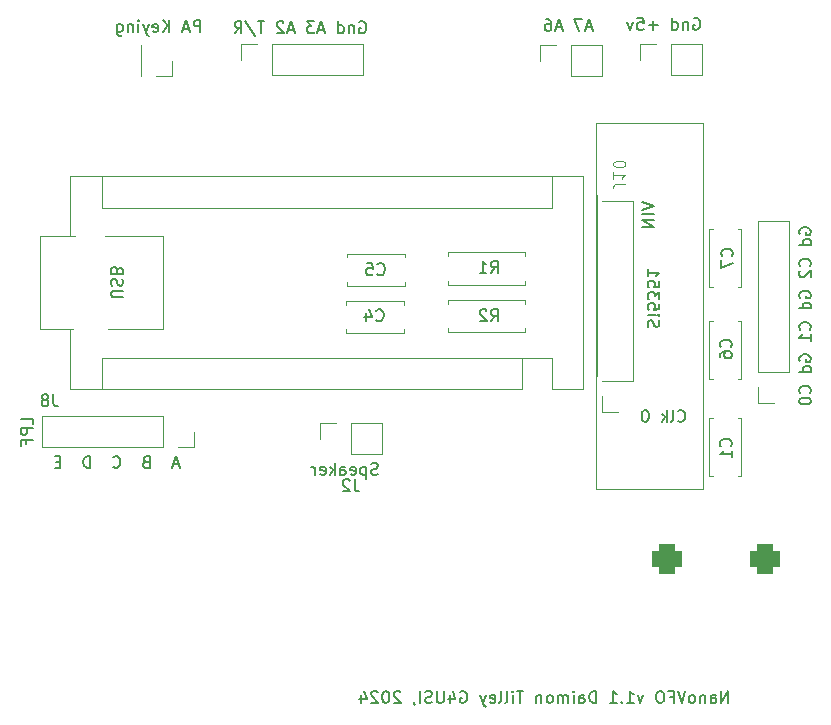
<source format=gbr>
G04 #@! TF.GenerationSoftware,KiCad,Pcbnew,7.0.8*
G04 #@! TF.CreationDate,2024-01-30T12:30:03+00:00*
G04 #@! TF.ProjectId,NanoVFO,4e616e6f-5646-44f2-9e6b-696361645f70,rev?*
G04 #@! TF.SameCoordinates,Original*
G04 #@! TF.FileFunction,Legend,Bot*
G04 #@! TF.FilePolarity,Positive*
%FSLAX46Y46*%
G04 Gerber Fmt 4.6, Leading zero omitted, Abs format (unit mm)*
G04 Created by KiCad (PCBNEW 7.0.8) date 2024-01-30 12:30:03*
%MOMM*%
%LPD*%
G01*
G04 APERTURE LIST*
G04 Aperture macros list*
%AMRoundRect*
0 Rectangle with rounded corners*
0 $1 Rounding radius*
0 $2 $3 $4 $5 $6 $7 $8 $9 X,Y pos of 4 corners*
0 Add a 4 corners polygon primitive as box body*
4,1,4,$2,$3,$4,$5,$6,$7,$8,$9,$2,$3,0*
0 Add four circle primitives for the rounded corners*
1,1,$1+$1,$2,$3*
1,1,$1+$1,$4,$5*
1,1,$1+$1,$6,$7*
1,1,$1+$1,$8,$9*
0 Add four rect primitives between the rounded corners*
20,1,$1+$1,$2,$3,$4,$5,0*
20,1,$1+$1,$4,$5,$6,$7,0*
20,1,$1+$1,$6,$7,$8,$9,0*
20,1,$1+$1,$8,$9,$2,$3,0*%
G04 Aperture macros list end*
%ADD10C,0.150000*%
%ADD11C,0.100000*%
%ADD12C,0.120000*%
%ADD13O,3.800000X2.900000*%
%ADD14R,1.700000X1.700000*%
%ADD15O,1.700000X1.700000*%
%ADD16R,2.000000X2.000000*%
%ADD17C,2.000000*%
%ADD18R,2.000000X3.200000*%
%ADD19C,3.200000*%
%ADD20RoundRect,0.650000X0.650000X-0.650000X0.650000X0.650000X-0.650000X0.650000X-0.650000X-0.650000X0*%
%ADD21O,2.100000X3.100000*%
%ADD22O,3.240000X2.720000*%
%ADD23R,1.800000X1.800000*%
%ADD24C,1.800000*%
%ADD25C,1.600000*%
%ADD26O,1.600000X1.600000*%
%ADD27R,1.600000X1.600000*%
G04 APERTURE END LIST*
D10*
X82563220Y-87269819D02*
X82563220Y-86269819D01*
X82563220Y-86269819D02*
X81991792Y-87269819D01*
X81991792Y-87269819D02*
X81991792Y-86269819D01*
X81087030Y-87269819D02*
X81087030Y-86746009D01*
X81087030Y-86746009D02*
X81134649Y-86650771D01*
X81134649Y-86650771D02*
X81229887Y-86603152D01*
X81229887Y-86603152D02*
X81420363Y-86603152D01*
X81420363Y-86603152D02*
X81515601Y-86650771D01*
X81087030Y-87222200D02*
X81182268Y-87269819D01*
X81182268Y-87269819D02*
X81420363Y-87269819D01*
X81420363Y-87269819D02*
X81515601Y-87222200D01*
X81515601Y-87222200D02*
X81563220Y-87126961D01*
X81563220Y-87126961D02*
X81563220Y-87031723D01*
X81563220Y-87031723D02*
X81515601Y-86936485D01*
X81515601Y-86936485D02*
X81420363Y-86888866D01*
X81420363Y-86888866D02*
X81182268Y-86888866D01*
X81182268Y-86888866D02*
X81087030Y-86841247D01*
X80610839Y-86603152D02*
X80610839Y-87269819D01*
X80610839Y-86698390D02*
X80563220Y-86650771D01*
X80563220Y-86650771D02*
X80467982Y-86603152D01*
X80467982Y-86603152D02*
X80325125Y-86603152D01*
X80325125Y-86603152D02*
X80229887Y-86650771D01*
X80229887Y-86650771D02*
X80182268Y-86746009D01*
X80182268Y-86746009D02*
X80182268Y-87269819D01*
X79563220Y-87269819D02*
X79658458Y-87222200D01*
X79658458Y-87222200D02*
X79706077Y-87174580D01*
X79706077Y-87174580D02*
X79753696Y-87079342D01*
X79753696Y-87079342D02*
X79753696Y-86793628D01*
X79753696Y-86793628D02*
X79706077Y-86698390D01*
X79706077Y-86698390D02*
X79658458Y-86650771D01*
X79658458Y-86650771D02*
X79563220Y-86603152D01*
X79563220Y-86603152D02*
X79420363Y-86603152D01*
X79420363Y-86603152D02*
X79325125Y-86650771D01*
X79325125Y-86650771D02*
X79277506Y-86698390D01*
X79277506Y-86698390D02*
X79229887Y-86793628D01*
X79229887Y-86793628D02*
X79229887Y-87079342D01*
X79229887Y-87079342D02*
X79277506Y-87174580D01*
X79277506Y-87174580D02*
X79325125Y-87222200D01*
X79325125Y-87222200D02*
X79420363Y-87269819D01*
X79420363Y-87269819D02*
X79563220Y-87269819D01*
X78944172Y-86269819D02*
X78610839Y-87269819D01*
X78610839Y-87269819D02*
X78277506Y-86269819D01*
X77610839Y-86746009D02*
X77944172Y-86746009D01*
X77944172Y-87269819D02*
X77944172Y-86269819D01*
X77944172Y-86269819D02*
X77467982Y-86269819D01*
X76896553Y-86269819D02*
X76706077Y-86269819D01*
X76706077Y-86269819D02*
X76610839Y-86317438D01*
X76610839Y-86317438D02*
X76515601Y-86412676D01*
X76515601Y-86412676D02*
X76467982Y-86603152D01*
X76467982Y-86603152D02*
X76467982Y-86936485D01*
X76467982Y-86936485D02*
X76515601Y-87126961D01*
X76515601Y-87126961D02*
X76610839Y-87222200D01*
X76610839Y-87222200D02*
X76706077Y-87269819D01*
X76706077Y-87269819D02*
X76896553Y-87269819D01*
X76896553Y-87269819D02*
X76991791Y-87222200D01*
X76991791Y-87222200D02*
X77087029Y-87126961D01*
X77087029Y-87126961D02*
X77134648Y-86936485D01*
X77134648Y-86936485D02*
X77134648Y-86603152D01*
X77134648Y-86603152D02*
X77087029Y-86412676D01*
X77087029Y-86412676D02*
X76991791Y-86317438D01*
X76991791Y-86317438D02*
X76896553Y-86269819D01*
X75372743Y-86603152D02*
X75134648Y-87269819D01*
X75134648Y-87269819D02*
X74896553Y-86603152D01*
X73991791Y-87269819D02*
X74563219Y-87269819D01*
X74277505Y-87269819D02*
X74277505Y-86269819D01*
X74277505Y-86269819D02*
X74372743Y-86412676D01*
X74372743Y-86412676D02*
X74467981Y-86507914D01*
X74467981Y-86507914D02*
X74563219Y-86555533D01*
X73563219Y-87174580D02*
X73515600Y-87222200D01*
X73515600Y-87222200D02*
X73563219Y-87269819D01*
X73563219Y-87269819D02*
X73610838Y-87222200D01*
X73610838Y-87222200D02*
X73563219Y-87174580D01*
X73563219Y-87174580D02*
X73563219Y-87269819D01*
X72563220Y-87269819D02*
X73134648Y-87269819D01*
X72848934Y-87269819D02*
X72848934Y-86269819D01*
X72848934Y-86269819D02*
X72944172Y-86412676D01*
X72944172Y-86412676D02*
X73039410Y-86507914D01*
X73039410Y-86507914D02*
X73134648Y-86555533D01*
X71372743Y-87269819D02*
X71372743Y-86269819D01*
X71372743Y-86269819D02*
X71134648Y-86269819D01*
X71134648Y-86269819D02*
X70991791Y-86317438D01*
X70991791Y-86317438D02*
X70896553Y-86412676D01*
X70896553Y-86412676D02*
X70848934Y-86507914D01*
X70848934Y-86507914D02*
X70801315Y-86698390D01*
X70801315Y-86698390D02*
X70801315Y-86841247D01*
X70801315Y-86841247D02*
X70848934Y-87031723D01*
X70848934Y-87031723D02*
X70896553Y-87126961D01*
X70896553Y-87126961D02*
X70991791Y-87222200D01*
X70991791Y-87222200D02*
X71134648Y-87269819D01*
X71134648Y-87269819D02*
X71372743Y-87269819D01*
X69944172Y-87269819D02*
X69944172Y-86746009D01*
X69944172Y-86746009D02*
X69991791Y-86650771D01*
X69991791Y-86650771D02*
X70087029Y-86603152D01*
X70087029Y-86603152D02*
X70277505Y-86603152D01*
X70277505Y-86603152D02*
X70372743Y-86650771D01*
X69944172Y-87222200D02*
X70039410Y-87269819D01*
X70039410Y-87269819D02*
X70277505Y-87269819D01*
X70277505Y-87269819D02*
X70372743Y-87222200D01*
X70372743Y-87222200D02*
X70420362Y-87126961D01*
X70420362Y-87126961D02*
X70420362Y-87031723D01*
X70420362Y-87031723D02*
X70372743Y-86936485D01*
X70372743Y-86936485D02*
X70277505Y-86888866D01*
X70277505Y-86888866D02*
X70039410Y-86888866D01*
X70039410Y-86888866D02*
X69944172Y-86841247D01*
X69467981Y-87269819D02*
X69467981Y-86603152D01*
X69467981Y-86269819D02*
X69515600Y-86317438D01*
X69515600Y-86317438D02*
X69467981Y-86365057D01*
X69467981Y-86365057D02*
X69420362Y-86317438D01*
X69420362Y-86317438D02*
X69467981Y-86269819D01*
X69467981Y-86269819D02*
X69467981Y-86365057D01*
X68991791Y-87269819D02*
X68991791Y-86603152D01*
X68991791Y-86698390D02*
X68944172Y-86650771D01*
X68944172Y-86650771D02*
X68848934Y-86603152D01*
X68848934Y-86603152D02*
X68706077Y-86603152D01*
X68706077Y-86603152D02*
X68610839Y-86650771D01*
X68610839Y-86650771D02*
X68563220Y-86746009D01*
X68563220Y-86746009D02*
X68563220Y-87269819D01*
X68563220Y-86746009D02*
X68515601Y-86650771D01*
X68515601Y-86650771D02*
X68420363Y-86603152D01*
X68420363Y-86603152D02*
X68277506Y-86603152D01*
X68277506Y-86603152D02*
X68182267Y-86650771D01*
X68182267Y-86650771D02*
X68134648Y-86746009D01*
X68134648Y-86746009D02*
X68134648Y-87269819D01*
X67515601Y-87269819D02*
X67610839Y-87222200D01*
X67610839Y-87222200D02*
X67658458Y-87174580D01*
X67658458Y-87174580D02*
X67706077Y-87079342D01*
X67706077Y-87079342D02*
X67706077Y-86793628D01*
X67706077Y-86793628D02*
X67658458Y-86698390D01*
X67658458Y-86698390D02*
X67610839Y-86650771D01*
X67610839Y-86650771D02*
X67515601Y-86603152D01*
X67515601Y-86603152D02*
X67372744Y-86603152D01*
X67372744Y-86603152D02*
X67277506Y-86650771D01*
X67277506Y-86650771D02*
X67229887Y-86698390D01*
X67229887Y-86698390D02*
X67182268Y-86793628D01*
X67182268Y-86793628D02*
X67182268Y-87079342D01*
X67182268Y-87079342D02*
X67229887Y-87174580D01*
X67229887Y-87174580D02*
X67277506Y-87222200D01*
X67277506Y-87222200D02*
X67372744Y-87269819D01*
X67372744Y-87269819D02*
X67515601Y-87269819D01*
X66753696Y-86603152D02*
X66753696Y-87269819D01*
X66753696Y-86698390D02*
X66706077Y-86650771D01*
X66706077Y-86650771D02*
X66610839Y-86603152D01*
X66610839Y-86603152D02*
X66467982Y-86603152D01*
X66467982Y-86603152D02*
X66372744Y-86650771D01*
X66372744Y-86650771D02*
X66325125Y-86746009D01*
X66325125Y-86746009D02*
X66325125Y-87269819D01*
X65229886Y-86269819D02*
X64658458Y-86269819D01*
X64944172Y-87269819D02*
X64944172Y-86269819D01*
X64325124Y-87269819D02*
X64325124Y-86603152D01*
X64325124Y-86269819D02*
X64372743Y-86317438D01*
X64372743Y-86317438D02*
X64325124Y-86365057D01*
X64325124Y-86365057D02*
X64277505Y-86317438D01*
X64277505Y-86317438D02*
X64325124Y-86269819D01*
X64325124Y-86269819D02*
X64325124Y-86365057D01*
X63706077Y-87269819D02*
X63801315Y-87222200D01*
X63801315Y-87222200D02*
X63848934Y-87126961D01*
X63848934Y-87126961D02*
X63848934Y-86269819D01*
X63182267Y-87269819D02*
X63277505Y-87222200D01*
X63277505Y-87222200D02*
X63325124Y-87126961D01*
X63325124Y-87126961D02*
X63325124Y-86269819D01*
X62420362Y-87222200D02*
X62515600Y-87269819D01*
X62515600Y-87269819D02*
X62706076Y-87269819D01*
X62706076Y-87269819D02*
X62801314Y-87222200D01*
X62801314Y-87222200D02*
X62848933Y-87126961D01*
X62848933Y-87126961D02*
X62848933Y-86746009D01*
X62848933Y-86746009D02*
X62801314Y-86650771D01*
X62801314Y-86650771D02*
X62706076Y-86603152D01*
X62706076Y-86603152D02*
X62515600Y-86603152D01*
X62515600Y-86603152D02*
X62420362Y-86650771D01*
X62420362Y-86650771D02*
X62372743Y-86746009D01*
X62372743Y-86746009D02*
X62372743Y-86841247D01*
X62372743Y-86841247D02*
X62848933Y-86936485D01*
X62039409Y-86603152D02*
X61801314Y-87269819D01*
X61563219Y-86603152D02*
X61801314Y-87269819D01*
X61801314Y-87269819D02*
X61896552Y-87507914D01*
X61896552Y-87507914D02*
X61944171Y-87555533D01*
X61944171Y-87555533D02*
X62039409Y-87603152D01*
X59896552Y-86317438D02*
X59991790Y-86269819D01*
X59991790Y-86269819D02*
X60134647Y-86269819D01*
X60134647Y-86269819D02*
X60277504Y-86317438D01*
X60277504Y-86317438D02*
X60372742Y-86412676D01*
X60372742Y-86412676D02*
X60420361Y-86507914D01*
X60420361Y-86507914D02*
X60467980Y-86698390D01*
X60467980Y-86698390D02*
X60467980Y-86841247D01*
X60467980Y-86841247D02*
X60420361Y-87031723D01*
X60420361Y-87031723D02*
X60372742Y-87126961D01*
X60372742Y-87126961D02*
X60277504Y-87222200D01*
X60277504Y-87222200D02*
X60134647Y-87269819D01*
X60134647Y-87269819D02*
X60039409Y-87269819D01*
X60039409Y-87269819D02*
X59896552Y-87222200D01*
X59896552Y-87222200D02*
X59848933Y-87174580D01*
X59848933Y-87174580D02*
X59848933Y-86841247D01*
X59848933Y-86841247D02*
X60039409Y-86841247D01*
X58991790Y-86603152D02*
X58991790Y-87269819D01*
X59229885Y-86222200D02*
X59467980Y-86936485D01*
X59467980Y-86936485D02*
X58848933Y-86936485D01*
X58467980Y-86269819D02*
X58467980Y-87079342D01*
X58467980Y-87079342D02*
X58420361Y-87174580D01*
X58420361Y-87174580D02*
X58372742Y-87222200D01*
X58372742Y-87222200D02*
X58277504Y-87269819D01*
X58277504Y-87269819D02*
X58087028Y-87269819D01*
X58087028Y-87269819D02*
X57991790Y-87222200D01*
X57991790Y-87222200D02*
X57944171Y-87174580D01*
X57944171Y-87174580D02*
X57896552Y-87079342D01*
X57896552Y-87079342D02*
X57896552Y-86269819D01*
X57467980Y-87222200D02*
X57325123Y-87269819D01*
X57325123Y-87269819D02*
X57087028Y-87269819D01*
X57087028Y-87269819D02*
X56991790Y-87222200D01*
X56991790Y-87222200D02*
X56944171Y-87174580D01*
X56944171Y-87174580D02*
X56896552Y-87079342D01*
X56896552Y-87079342D02*
X56896552Y-86984104D01*
X56896552Y-86984104D02*
X56944171Y-86888866D01*
X56944171Y-86888866D02*
X56991790Y-86841247D01*
X56991790Y-86841247D02*
X57087028Y-86793628D01*
X57087028Y-86793628D02*
X57277504Y-86746009D01*
X57277504Y-86746009D02*
X57372742Y-86698390D01*
X57372742Y-86698390D02*
X57420361Y-86650771D01*
X57420361Y-86650771D02*
X57467980Y-86555533D01*
X57467980Y-86555533D02*
X57467980Y-86460295D01*
X57467980Y-86460295D02*
X57420361Y-86365057D01*
X57420361Y-86365057D02*
X57372742Y-86317438D01*
X57372742Y-86317438D02*
X57277504Y-86269819D01*
X57277504Y-86269819D02*
X57039409Y-86269819D01*
X57039409Y-86269819D02*
X56896552Y-86317438D01*
X56467980Y-87269819D02*
X56467980Y-86269819D01*
X55944171Y-87222200D02*
X55944171Y-87269819D01*
X55944171Y-87269819D02*
X55991790Y-87365057D01*
X55991790Y-87365057D02*
X56039409Y-87412676D01*
X54801314Y-86365057D02*
X54753695Y-86317438D01*
X54753695Y-86317438D02*
X54658457Y-86269819D01*
X54658457Y-86269819D02*
X54420362Y-86269819D01*
X54420362Y-86269819D02*
X54325124Y-86317438D01*
X54325124Y-86317438D02*
X54277505Y-86365057D01*
X54277505Y-86365057D02*
X54229886Y-86460295D01*
X54229886Y-86460295D02*
X54229886Y-86555533D01*
X54229886Y-86555533D02*
X54277505Y-86698390D01*
X54277505Y-86698390D02*
X54848933Y-87269819D01*
X54848933Y-87269819D02*
X54229886Y-87269819D01*
X53610838Y-86269819D02*
X53515600Y-86269819D01*
X53515600Y-86269819D02*
X53420362Y-86317438D01*
X53420362Y-86317438D02*
X53372743Y-86365057D01*
X53372743Y-86365057D02*
X53325124Y-86460295D01*
X53325124Y-86460295D02*
X53277505Y-86650771D01*
X53277505Y-86650771D02*
X53277505Y-86888866D01*
X53277505Y-86888866D02*
X53325124Y-87079342D01*
X53325124Y-87079342D02*
X53372743Y-87174580D01*
X53372743Y-87174580D02*
X53420362Y-87222200D01*
X53420362Y-87222200D02*
X53515600Y-87269819D01*
X53515600Y-87269819D02*
X53610838Y-87269819D01*
X53610838Y-87269819D02*
X53706076Y-87222200D01*
X53706076Y-87222200D02*
X53753695Y-87174580D01*
X53753695Y-87174580D02*
X53801314Y-87079342D01*
X53801314Y-87079342D02*
X53848933Y-86888866D01*
X53848933Y-86888866D02*
X53848933Y-86650771D01*
X53848933Y-86650771D02*
X53801314Y-86460295D01*
X53801314Y-86460295D02*
X53753695Y-86365057D01*
X53753695Y-86365057D02*
X53706076Y-86317438D01*
X53706076Y-86317438D02*
X53610838Y-86269819D01*
X52896552Y-86365057D02*
X52848933Y-86317438D01*
X52848933Y-86317438D02*
X52753695Y-86269819D01*
X52753695Y-86269819D02*
X52515600Y-86269819D01*
X52515600Y-86269819D02*
X52420362Y-86317438D01*
X52420362Y-86317438D02*
X52372743Y-86365057D01*
X52372743Y-86365057D02*
X52325124Y-86460295D01*
X52325124Y-86460295D02*
X52325124Y-86555533D01*
X52325124Y-86555533D02*
X52372743Y-86698390D01*
X52372743Y-86698390D02*
X52944171Y-87269819D01*
X52944171Y-87269819D02*
X52325124Y-87269819D01*
X51467981Y-86603152D02*
X51467981Y-87269819D01*
X51706076Y-86222200D02*
X51944171Y-86936485D01*
X51944171Y-86936485D02*
X51325124Y-86936485D01*
X75269819Y-44893922D02*
X76269819Y-45227255D01*
X76269819Y-45227255D02*
X75269819Y-45560588D01*
X76269819Y-45893922D02*
X75269819Y-45893922D01*
X76269819Y-46370112D02*
X75269819Y-46370112D01*
X75269819Y-46370112D02*
X76269819Y-46941540D01*
X76269819Y-46941540D02*
X75269819Y-46941540D01*
X78291792Y-63374580D02*
X78339411Y-63422200D01*
X78339411Y-63422200D02*
X78482268Y-63469819D01*
X78482268Y-63469819D02*
X78577506Y-63469819D01*
X78577506Y-63469819D02*
X78720363Y-63422200D01*
X78720363Y-63422200D02*
X78815601Y-63326961D01*
X78815601Y-63326961D02*
X78863220Y-63231723D01*
X78863220Y-63231723D02*
X78910839Y-63041247D01*
X78910839Y-63041247D02*
X78910839Y-62898390D01*
X78910839Y-62898390D02*
X78863220Y-62707914D01*
X78863220Y-62707914D02*
X78815601Y-62612676D01*
X78815601Y-62612676D02*
X78720363Y-62517438D01*
X78720363Y-62517438D02*
X78577506Y-62469819D01*
X78577506Y-62469819D02*
X78482268Y-62469819D01*
X78482268Y-62469819D02*
X78339411Y-62517438D01*
X78339411Y-62517438D02*
X78291792Y-62565057D01*
X77720363Y-63469819D02*
X77815601Y-63422200D01*
X77815601Y-63422200D02*
X77863220Y-63326961D01*
X77863220Y-63326961D02*
X77863220Y-62469819D01*
X77339410Y-63469819D02*
X77339410Y-62469819D01*
X77244172Y-63088866D02*
X76958458Y-63469819D01*
X76958458Y-62803152D02*
X77339410Y-63184104D01*
X75577505Y-62469819D02*
X75482267Y-62469819D01*
X75482267Y-62469819D02*
X75387029Y-62517438D01*
X75387029Y-62517438D02*
X75339410Y-62565057D01*
X75339410Y-62565057D02*
X75291791Y-62660295D01*
X75291791Y-62660295D02*
X75244172Y-62850771D01*
X75244172Y-62850771D02*
X75244172Y-63088866D01*
X75244172Y-63088866D02*
X75291791Y-63279342D01*
X75291791Y-63279342D02*
X75339410Y-63374580D01*
X75339410Y-63374580D02*
X75387029Y-63422200D01*
X75387029Y-63422200D02*
X75482267Y-63469819D01*
X75482267Y-63469819D02*
X75577505Y-63469819D01*
X75577505Y-63469819D02*
X75672743Y-63422200D01*
X75672743Y-63422200D02*
X75720362Y-63374580D01*
X75720362Y-63374580D02*
X75767981Y-63279342D01*
X75767981Y-63279342D02*
X75815600Y-63088866D01*
X75815600Y-63088866D02*
X75815600Y-62850771D01*
X75815600Y-62850771D02*
X75767981Y-62660295D01*
X75767981Y-62660295D02*
X75720362Y-62565057D01*
X75720362Y-62565057D02*
X75672743Y-62517438D01*
X75672743Y-62517438D02*
X75577505Y-62469819D01*
X37863220Y-30469819D02*
X37863220Y-29469819D01*
X37863220Y-29469819D02*
X37482268Y-29469819D01*
X37482268Y-29469819D02*
X37387030Y-29517438D01*
X37387030Y-29517438D02*
X37339411Y-29565057D01*
X37339411Y-29565057D02*
X37291792Y-29660295D01*
X37291792Y-29660295D02*
X37291792Y-29803152D01*
X37291792Y-29803152D02*
X37339411Y-29898390D01*
X37339411Y-29898390D02*
X37387030Y-29946009D01*
X37387030Y-29946009D02*
X37482268Y-29993628D01*
X37482268Y-29993628D02*
X37863220Y-29993628D01*
X36910839Y-30184104D02*
X36434649Y-30184104D01*
X37006077Y-30469819D02*
X36672744Y-29469819D01*
X36672744Y-29469819D02*
X36339411Y-30469819D01*
X35244172Y-30469819D02*
X35244172Y-29469819D01*
X34672744Y-30469819D02*
X35101315Y-29898390D01*
X34672744Y-29469819D02*
X35244172Y-30041247D01*
X33863220Y-30422200D02*
X33958458Y-30469819D01*
X33958458Y-30469819D02*
X34148934Y-30469819D01*
X34148934Y-30469819D02*
X34244172Y-30422200D01*
X34244172Y-30422200D02*
X34291791Y-30326961D01*
X34291791Y-30326961D02*
X34291791Y-29946009D01*
X34291791Y-29946009D02*
X34244172Y-29850771D01*
X34244172Y-29850771D02*
X34148934Y-29803152D01*
X34148934Y-29803152D02*
X33958458Y-29803152D01*
X33958458Y-29803152D02*
X33863220Y-29850771D01*
X33863220Y-29850771D02*
X33815601Y-29946009D01*
X33815601Y-29946009D02*
X33815601Y-30041247D01*
X33815601Y-30041247D02*
X34291791Y-30136485D01*
X33482267Y-29803152D02*
X33244172Y-30469819D01*
X33006077Y-29803152D02*
X33244172Y-30469819D01*
X33244172Y-30469819D02*
X33339410Y-30707914D01*
X33339410Y-30707914D02*
X33387029Y-30755533D01*
X33387029Y-30755533D02*
X33482267Y-30803152D01*
X32625124Y-30469819D02*
X32625124Y-29803152D01*
X32625124Y-29469819D02*
X32672743Y-29517438D01*
X32672743Y-29517438D02*
X32625124Y-29565057D01*
X32625124Y-29565057D02*
X32577505Y-29517438D01*
X32577505Y-29517438D02*
X32625124Y-29469819D01*
X32625124Y-29469819D02*
X32625124Y-29565057D01*
X32148934Y-29803152D02*
X32148934Y-30469819D01*
X32148934Y-29898390D02*
X32101315Y-29850771D01*
X32101315Y-29850771D02*
X32006077Y-29803152D01*
X32006077Y-29803152D02*
X31863220Y-29803152D01*
X31863220Y-29803152D02*
X31767982Y-29850771D01*
X31767982Y-29850771D02*
X31720363Y-29946009D01*
X31720363Y-29946009D02*
X31720363Y-30469819D01*
X30815601Y-29803152D02*
X30815601Y-30612676D01*
X30815601Y-30612676D02*
X30863220Y-30707914D01*
X30863220Y-30707914D02*
X30910839Y-30755533D01*
X30910839Y-30755533D02*
X31006077Y-30803152D01*
X31006077Y-30803152D02*
X31148934Y-30803152D01*
X31148934Y-30803152D02*
X31244172Y-30755533D01*
X30815601Y-30422200D02*
X30910839Y-30469819D01*
X30910839Y-30469819D02*
X31101315Y-30469819D01*
X31101315Y-30469819D02*
X31196553Y-30422200D01*
X31196553Y-30422200D02*
X31244172Y-30374580D01*
X31244172Y-30374580D02*
X31291791Y-30279342D01*
X31291791Y-30279342D02*
X31291791Y-29993628D01*
X31291791Y-29993628D02*
X31244172Y-29898390D01*
X31244172Y-29898390D02*
X31196553Y-29850771D01*
X31196553Y-29850771D02*
X31101315Y-29803152D01*
X31101315Y-29803152D02*
X30910839Y-29803152D01*
X30910839Y-29803152D02*
X30815601Y-29850771D01*
X51339411Y-29617438D02*
X51434649Y-29569819D01*
X51434649Y-29569819D02*
X51577506Y-29569819D01*
X51577506Y-29569819D02*
X51720363Y-29617438D01*
X51720363Y-29617438D02*
X51815601Y-29712676D01*
X51815601Y-29712676D02*
X51863220Y-29807914D01*
X51863220Y-29807914D02*
X51910839Y-29998390D01*
X51910839Y-29998390D02*
X51910839Y-30141247D01*
X51910839Y-30141247D02*
X51863220Y-30331723D01*
X51863220Y-30331723D02*
X51815601Y-30426961D01*
X51815601Y-30426961D02*
X51720363Y-30522200D01*
X51720363Y-30522200D02*
X51577506Y-30569819D01*
X51577506Y-30569819D02*
X51482268Y-30569819D01*
X51482268Y-30569819D02*
X51339411Y-30522200D01*
X51339411Y-30522200D02*
X51291792Y-30474580D01*
X51291792Y-30474580D02*
X51291792Y-30141247D01*
X51291792Y-30141247D02*
X51482268Y-30141247D01*
X50863220Y-29903152D02*
X50863220Y-30569819D01*
X50863220Y-29998390D02*
X50815601Y-29950771D01*
X50815601Y-29950771D02*
X50720363Y-29903152D01*
X50720363Y-29903152D02*
X50577506Y-29903152D01*
X50577506Y-29903152D02*
X50482268Y-29950771D01*
X50482268Y-29950771D02*
X50434649Y-30046009D01*
X50434649Y-30046009D02*
X50434649Y-30569819D01*
X49529887Y-30569819D02*
X49529887Y-29569819D01*
X49529887Y-30522200D02*
X49625125Y-30569819D01*
X49625125Y-30569819D02*
X49815601Y-30569819D01*
X49815601Y-30569819D02*
X49910839Y-30522200D01*
X49910839Y-30522200D02*
X49958458Y-30474580D01*
X49958458Y-30474580D02*
X50006077Y-30379342D01*
X50006077Y-30379342D02*
X50006077Y-30093628D01*
X50006077Y-30093628D02*
X49958458Y-29998390D01*
X49958458Y-29998390D02*
X49910839Y-29950771D01*
X49910839Y-29950771D02*
X49815601Y-29903152D01*
X49815601Y-29903152D02*
X49625125Y-29903152D01*
X49625125Y-29903152D02*
X49529887Y-29950771D01*
X48339410Y-30284104D02*
X47863220Y-30284104D01*
X48434648Y-30569819D02*
X48101315Y-29569819D01*
X48101315Y-29569819D02*
X47767982Y-30569819D01*
X47529886Y-29569819D02*
X46910839Y-29569819D01*
X46910839Y-29569819D02*
X47244172Y-29950771D01*
X47244172Y-29950771D02*
X47101315Y-29950771D01*
X47101315Y-29950771D02*
X47006077Y-29998390D01*
X47006077Y-29998390D02*
X46958458Y-30046009D01*
X46958458Y-30046009D02*
X46910839Y-30141247D01*
X46910839Y-30141247D02*
X46910839Y-30379342D01*
X46910839Y-30379342D02*
X46958458Y-30474580D01*
X46958458Y-30474580D02*
X47006077Y-30522200D01*
X47006077Y-30522200D02*
X47101315Y-30569819D01*
X47101315Y-30569819D02*
X47387029Y-30569819D01*
X47387029Y-30569819D02*
X47482267Y-30522200D01*
X47482267Y-30522200D02*
X47529886Y-30474580D01*
X45767981Y-30284104D02*
X45291791Y-30284104D01*
X45863219Y-30569819D02*
X45529886Y-29569819D01*
X45529886Y-29569819D02*
X45196553Y-30569819D01*
X44910838Y-29665057D02*
X44863219Y-29617438D01*
X44863219Y-29617438D02*
X44767981Y-29569819D01*
X44767981Y-29569819D02*
X44529886Y-29569819D01*
X44529886Y-29569819D02*
X44434648Y-29617438D01*
X44434648Y-29617438D02*
X44387029Y-29665057D01*
X44387029Y-29665057D02*
X44339410Y-29760295D01*
X44339410Y-29760295D02*
X44339410Y-29855533D01*
X44339410Y-29855533D02*
X44387029Y-29998390D01*
X44387029Y-29998390D02*
X44958457Y-30569819D01*
X44958457Y-30569819D02*
X44339410Y-30569819D01*
X43291790Y-29569819D02*
X42720362Y-29569819D01*
X43006076Y-30569819D02*
X43006076Y-29569819D01*
X41672743Y-29522200D02*
X42529885Y-30807914D01*
X40767981Y-30569819D02*
X41101314Y-30093628D01*
X41339409Y-30569819D02*
X41339409Y-29569819D01*
X41339409Y-29569819D02*
X40958457Y-29569819D01*
X40958457Y-29569819D02*
X40863219Y-29617438D01*
X40863219Y-29617438D02*
X40815600Y-29665057D01*
X40815600Y-29665057D02*
X40767981Y-29760295D01*
X40767981Y-29760295D02*
X40767981Y-29903152D01*
X40767981Y-29903152D02*
X40815600Y-29998390D01*
X40815600Y-29998390D02*
X40863219Y-30046009D01*
X40863219Y-30046009D02*
X40958457Y-30093628D01*
X40958457Y-30093628D02*
X41339409Y-30093628D01*
X71010839Y-30084104D02*
X70534649Y-30084104D01*
X71106077Y-30369819D02*
X70772744Y-29369819D01*
X70772744Y-29369819D02*
X70439411Y-30369819D01*
X70201315Y-29369819D02*
X69534649Y-29369819D01*
X69534649Y-29369819D02*
X69963220Y-30369819D01*
X68439410Y-30084104D02*
X67963220Y-30084104D01*
X68534648Y-30369819D02*
X68201315Y-29369819D01*
X68201315Y-29369819D02*
X67867982Y-30369819D01*
X67106077Y-29369819D02*
X67296553Y-29369819D01*
X67296553Y-29369819D02*
X67391791Y-29417438D01*
X67391791Y-29417438D02*
X67439410Y-29465057D01*
X67439410Y-29465057D02*
X67534648Y-29607914D01*
X67534648Y-29607914D02*
X67582267Y-29798390D01*
X67582267Y-29798390D02*
X67582267Y-30179342D01*
X67582267Y-30179342D02*
X67534648Y-30274580D01*
X67534648Y-30274580D02*
X67487029Y-30322200D01*
X67487029Y-30322200D02*
X67391791Y-30369819D01*
X67391791Y-30369819D02*
X67201315Y-30369819D01*
X67201315Y-30369819D02*
X67106077Y-30322200D01*
X67106077Y-30322200D02*
X67058458Y-30274580D01*
X67058458Y-30274580D02*
X67010839Y-30179342D01*
X67010839Y-30179342D02*
X67010839Y-29941247D01*
X67010839Y-29941247D02*
X67058458Y-29846009D01*
X67058458Y-29846009D02*
X67106077Y-29798390D01*
X67106077Y-29798390D02*
X67201315Y-29750771D01*
X67201315Y-29750771D02*
X67391791Y-29750771D01*
X67391791Y-29750771D02*
X67487029Y-29798390D01*
X67487029Y-29798390D02*
X67534648Y-29846009D01*
X67534648Y-29846009D02*
X67582267Y-29941247D01*
X79639411Y-29317438D02*
X79734649Y-29269819D01*
X79734649Y-29269819D02*
X79877506Y-29269819D01*
X79877506Y-29269819D02*
X80020363Y-29317438D01*
X80020363Y-29317438D02*
X80115601Y-29412676D01*
X80115601Y-29412676D02*
X80163220Y-29507914D01*
X80163220Y-29507914D02*
X80210839Y-29698390D01*
X80210839Y-29698390D02*
X80210839Y-29841247D01*
X80210839Y-29841247D02*
X80163220Y-30031723D01*
X80163220Y-30031723D02*
X80115601Y-30126961D01*
X80115601Y-30126961D02*
X80020363Y-30222200D01*
X80020363Y-30222200D02*
X79877506Y-30269819D01*
X79877506Y-30269819D02*
X79782268Y-30269819D01*
X79782268Y-30269819D02*
X79639411Y-30222200D01*
X79639411Y-30222200D02*
X79591792Y-30174580D01*
X79591792Y-30174580D02*
X79591792Y-29841247D01*
X79591792Y-29841247D02*
X79782268Y-29841247D01*
X79163220Y-29603152D02*
X79163220Y-30269819D01*
X79163220Y-29698390D02*
X79115601Y-29650771D01*
X79115601Y-29650771D02*
X79020363Y-29603152D01*
X79020363Y-29603152D02*
X78877506Y-29603152D01*
X78877506Y-29603152D02*
X78782268Y-29650771D01*
X78782268Y-29650771D02*
X78734649Y-29746009D01*
X78734649Y-29746009D02*
X78734649Y-30269819D01*
X77829887Y-30269819D02*
X77829887Y-29269819D01*
X77829887Y-30222200D02*
X77925125Y-30269819D01*
X77925125Y-30269819D02*
X78115601Y-30269819D01*
X78115601Y-30269819D02*
X78210839Y-30222200D01*
X78210839Y-30222200D02*
X78258458Y-30174580D01*
X78258458Y-30174580D02*
X78306077Y-30079342D01*
X78306077Y-30079342D02*
X78306077Y-29793628D01*
X78306077Y-29793628D02*
X78258458Y-29698390D01*
X78258458Y-29698390D02*
X78210839Y-29650771D01*
X78210839Y-29650771D02*
X78115601Y-29603152D01*
X78115601Y-29603152D02*
X77925125Y-29603152D01*
X77925125Y-29603152D02*
X77829887Y-29650771D01*
X76591791Y-29888866D02*
X75829887Y-29888866D01*
X76210839Y-30269819D02*
X76210839Y-29507914D01*
X74877506Y-29269819D02*
X75353696Y-29269819D01*
X75353696Y-29269819D02*
X75401315Y-29746009D01*
X75401315Y-29746009D02*
X75353696Y-29698390D01*
X75353696Y-29698390D02*
X75258458Y-29650771D01*
X75258458Y-29650771D02*
X75020363Y-29650771D01*
X75020363Y-29650771D02*
X74925125Y-29698390D01*
X74925125Y-29698390D02*
X74877506Y-29746009D01*
X74877506Y-29746009D02*
X74829887Y-29841247D01*
X74829887Y-29841247D02*
X74829887Y-30079342D01*
X74829887Y-30079342D02*
X74877506Y-30174580D01*
X74877506Y-30174580D02*
X74925125Y-30222200D01*
X74925125Y-30222200D02*
X75020363Y-30269819D01*
X75020363Y-30269819D02*
X75258458Y-30269819D01*
X75258458Y-30269819D02*
X75353696Y-30222200D01*
X75353696Y-30222200D02*
X75401315Y-30174580D01*
X74496553Y-29603152D02*
X74258458Y-30269819D01*
X74258458Y-30269819D02*
X74020363Y-29603152D01*
X36010839Y-67084104D02*
X35534649Y-67084104D01*
X36106077Y-67369819D02*
X35772744Y-66369819D01*
X35772744Y-66369819D02*
X35439411Y-67369819D01*
X33248934Y-66846009D02*
X33106077Y-66893628D01*
X33106077Y-66893628D02*
X33058458Y-66941247D01*
X33058458Y-66941247D02*
X33010839Y-67036485D01*
X33010839Y-67036485D02*
X33010839Y-67179342D01*
X33010839Y-67179342D02*
X33058458Y-67274580D01*
X33058458Y-67274580D02*
X33106077Y-67322200D01*
X33106077Y-67322200D02*
X33201315Y-67369819D01*
X33201315Y-67369819D02*
X33582267Y-67369819D01*
X33582267Y-67369819D02*
X33582267Y-66369819D01*
X33582267Y-66369819D02*
X33248934Y-66369819D01*
X33248934Y-66369819D02*
X33153696Y-66417438D01*
X33153696Y-66417438D02*
X33106077Y-66465057D01*
X33106077Y-66465057D02*
X33058458Y-66560295D01*
X33058458Y-66560295D02*
X33058458Y-66655533D01*
X33058458Y-66655533D02*
X33106077Y-66750771D01*
X33106077Y-66750771D02*
X33153696Y-66798390D01*
X33153696Y-66798390D02*
X33248934Y-66846009D01*
X33248934Y-66846009D02*
X33582267Y-66846009D01*
X30487029Y-67274580D02*
X30534648Y-67322200D01*
X30534648Y-67322200D02*
X30677505Y-67369819D01*
X30677505Y-67369819D02*
X30772743Y-67369819D01*
X30772743Y-67369819D02*
X30915600Y-67322200D01*
X30915600Y-67322200D02*
X31010838Y-67226961D01*
X31010838Y-67226961D02*
X31058457Y-67131723D01*
X31058457Y-67131723D02*
X31106076Y-66941247D01*
X31106076Y-66941247D02*
X31106076Y-66798390D01*
X31106076Y-66798390D02*
X31058457Y-66607914D01*
X31058457Y-66607914D02*
X31010838Y-66512676D01*
X31010838Y-66512676D02*
X30915600Y-66417438D01*
X30915600Y-66417438D02*
X30772743Y-66369819D01*
X30772743Y-66369819D02*
X30677505Y-66369819D01*
X30677505Y-66369819D02*
X30534648Y-66417438D01*
X30534648Y-66417438D02*
X30487029Y-66465057D01*
X28534647Y-67369819D02*
X28534647Y-66369819D01*
X28534647Y-66369819D02*
X28296552Y-66369819D01*
X28296552Y-66369819D02*
X28153695Y-66417438D01*
X28153695Y-66417438D02*
X28058457Y-66512676D01*
X28058457Y-66512676D02*
X28010838Y-66607914D01*
X28010838Y-66607914D02*
X27963219Y-66798390D01*
X27963219Y-66798390D02*
X27963219Y-66941247D01*
X27963219Y-66941247D02*
X28010838Y-67131723D01*
X28010838Y-67131723D02*
X28058457Y-67226961D01*
X28058457Y-67226961D02*
X28153695Y-67322200D01*
X28153695Y-67322200D02*
X28296552Y-67369819D01*
X28296552Y-67369819D02*
X28534647Y-67369819D01*
X26010837Y-66846009D02*
X25677504Y-66846009D01*
X25534647Y-67369819D02*
X26010837Y-67369819D01*
X26010837Y-67369819D02*
X26010837Y-66369819D01*
X26010837Y-66369819D02*
X25534647Y-66369819D01*
X50933333Y-68354819D02*
X50933333Y-69069104D01*
X50933333Y-69069104D02*
X50980952Y-69211961D01*
X50980952Y-69211961D02*
X51076190Y-69307200D01*
X51076190Y-69307200D02*
X51219047Y-69354819D01*
X51219047Y-69354819D02*
X51314285Y-69354819D01*
X50504761Y-68450057D02*
X50457142Y-68402438D01*
X50457142Y-68402438D02*
X50361904Y-68354819D01*
X50361904Y-68354819D02*
X50123809Y-68354819D01*
X50123809Y-68354819D02*
X50028571Y-68402438D01*
X50028571Y-68402438D02*
X49980952Y-68450057D01*
X49980952Y-68450057D02*
X49933333Y-68545295D01*
X49933333Y-68545295D02*
X49933333Y-68640533D01*
X49933333Y-68640533D02*
X49980952Y-68783390D01*
X49980952Y-68783390D02*
X50552380Y-69354819D01*
X50552380Y-69354819D02*
X49933333Y-69354819D01*
X52896904Y-67907200D02*
X52754047Y-67954819D01*
X52754047Y-67954819D02*
X52515952Y-67954819D01*
X52515952Y-67954819D02*
X52420714Y-67907200D01*
X52420714Y-67907200D02*
X52373095Y-67859580D01*
X52373095Y-67859580D02*
X52325476Y-67764342D01*
X52325476Y-67764342D02*
X52325476Y-67669104D01*
X52325476Y-67669104D02*
X52373095Y-67573866D01*
X52373095Y-67573866D02*
X52420714Y-67526247D01*
X52420714Y-67526247D02*
X52515952Y-67478628D01*
X52515952Y-67478628D02*
X52706428Y-67431009D01*
X52706428Y-67431009D02*
X52801666Y-67383390D01*
X52801666Y-67383390D02*
X52849285Y-67335771D01*
X52849285Y-67335771D02*
X52896904Y-67240533D01*
X52896904Y-67240533D02*
X52896904Y-67145295D01*
X52896904Y-67145295D02*
X52849285Y-67050057D01*
X52849285Y-67050057D02*
X52801666Y-67002438D01*
X52801666Y-67002438D02*
X52706428Y-66954819D01*
X52706428Y-66954819D02*
X52468333Y-66954819D01*
X52468333Y-66954819D02*
X52325476Y-67002438D01*
X51896904Y-67288152D02*
X51896904Y-68288152D01*
X51896904Y-67335771D02*
X51801666Y-67288152D01*
X51801666Y-67288152D02*
X51611190Y-67288152D01*
X51611190Y-67288152D02*
X51515952Y-67335771D01*
X51515952Y-67335771D02*
X51468333Y-67383390D01*
X51468333Y-67383390D02*
X51420714Y-67478628D01*
X51420714Y-67478628D02*
X51420714Y-67764342D01*
X51420714Y-67764342D02*
X51468333Y-67859580D01*
X51468333Y-67859580D02*
X51515952Y-67907200D01*
X51515952Y-67907200D02*
X51611190Y-67954819D01*
X51611190Y-67954819D02*
X51801666Y-67954819D01*
X51801666Y-67954819D02*
X51896904Y-67907200D01*
X50611190Y-67907200D02*
X50706428Y-67954819D01*
X50706428Y-67954819D02*
X50896904Y-67954819D01*
X50896904Y-67954819D02*
X50992142Y-67907200D01*
X50992142Y-67907200D02*
X51039761Y-67811961D01*
X51039761Y-67811961D02*
X51039761Y-67431009D01*
X51039761Y-67431009D02*
X50992142Y-67335771D01*
X50992142Y-67335771D02*
X50896904Y-67288152D01*
X50896904Y-67288152D02*
X50706428Y-67288152D01*
X50706428Y-67288152D02*
X50611190Y-67335771D01*
X50611190Y-67335771D02*
X50563571Y-67431009D01*
X50563571Y-67431009D02*
X50563571Y-67526247D01*
X50563571Y-67526247D02*
X51039761Y-67621485D01*
X49706428Y-67954819D02*
X49706428Y-67431009D01*
X49706428Y-67431009D02*
X49754047Y-67335771D01*
X49754047Y-67335771D02*
X49849285Y-67288152D01*
X49849285Y-67288152D02*
X50039761Y-67288152D01*
X50039761Y-67288152D02*
X50134999Y-67335771D01*
X49706428Y-67907200D02*
X49801666Y-67954819D01*
X49801666Y-67954819D02*
X50039761Y-67954819D01*
X50039761Y-67954819D02*
X50134999Y-67907200D01*
X50134999Y-67907200D02*
X50182618Y-67811961D01*
X50182618Y-67811961D02*
X50182618Y-67716723D01*
X50182618Y-67716723D02*
X50134999Y-67621485D01*
X50134999Y-67621485D02*
X50039761Y-67573866D01*
X50039761Y-67573866D02*
X49801666Y-67573866D01*
X49801666Y-67573866D02*
X49706428Y-67526247D01*
X49230237Y-67954819D02*
X49230237Y-66954819D01*
X49134999Y-67573866D02*
X48849285Y-67954819D01*
X48849285Y-67288152D02*
X49230237Y-67669104D01*
X48039761Y-67907200D02*
X48134999Y-67954819D01*
X48134999Y-67954819D02*
X48325475Y-67954819D01*
X48325475Y-67954819D02*
X48420713Y-67907200D01*
X48420713Y-67907200D02*
X48468332Y-67811961D01*
X48468332Y-67811961D02*
X48468332Y-67431009D01*
X48468332Y-67431009D02*
X48420713Y-67335771D01*
X48420713Y-67335771D02*
X48325475Y-67288152D01*
X48325475Y-67288152D02*
X48134999Y-67288152D01*
X48134999Y-67288152D02*
X48039761Y-67335771D01*
X48039761Y-67335771D02*
X47992142Y-67431009D01*
X47992142Y-67431009D02*
X47992142Y-67526247D01*
X47992142Y-67526247D02*
X48468332Y-67621485D01*
X47563570Y-67954819D02*
X47563570Y-67288152D01*
X47563570Y-67478628D02*
X47515951Y-67383390D01*
X47515951Y-67383390D02*
X47468332Y-67335771D01*
X47468332Y-67335771D02*
X47373094Y-67288152D01*
X47373094Y-67288152D02*
X47277856Y-67288152D01*
X82859580Y-49433333D02*
X82907200Y-49385714D01*
X82907200Y-49385714D02*
X82954819Y-49242857D01*
X82954819Y-49242857D02*
X82954819Y-49147619D01*
X82954819Y-49147619D02*
X82907200Y-49004762D01*
X82907200Y-49004762D02*
X82811961Y-48909524D01*
X82811961Y-48909524D02*
X82716723Y-48861905D01*
X82716723Y-48861905D02*
X82526247Y-48814286D01*
X82526247Y-48814286D02*
X82383390Y-48814286D01*
X82383390Y-48814286D02*
X82192914Y-48861905D01*
X82192914Y-48861905D02*
X82097676Y-48909524D01*
X82097676Y-48909524D02*
X82002438Y-49004762D01*
X82002438Y-49004762D02*
X81954819Y-49147619D01*
X81954819Y-49147619D02*
X81954819Y-49242857D01*
X81954819Y-49242857D02*
X82002438Y-49385714D01*
X82002438Y-49385714D02*
X82050057Y-49433333D01*
X81954819Y-49766667D02*
X81954819Y-50433333D01*
X81954819Y-50433333D02*
X82954819Y-50004762D01*
X82759580Y-57133333D02*
X82807200Y-57085714D01*
X82807200Y-57085714D02*
X82854819Y-56942857D01*
X82854819Y-56942857D02*
X82854819Y-56847619D01*
X82854819Y-56847619D02*
X82807200Y-56704762D01*
X82807200Y-56704762D02*
X82711961Y-56609524D01*
X82711961Y-56609524D02*
X82616723Y-56561905D01*
X82616723Y-56561905D02*
X82426247Y-56514286D01*
X82426247Y-56514286D02*
X82283390Y-56514286D01*
X82283390Y-56514286D02*
X82092914Y-56561905D01*
X82092914Y-56561905D02*
X81997676Y-56609524D01*
X81997676Y-56609524D02*
X81902438Y-56704762D01*
X81902438Y-56704762D02*
X81854819Y-56847619D01*
X81854819Y-56847619D02*
X81854819Y-56942857D01*
X81854819Y-56942857D02*
X81902438Y-57085714D01*
X81902438Y-57085714D02*
X81950057Y-57133333D01*
X81854819Y-57990476D02*
X81854819Y-57800000D01*
X81854819Y-57800000D02*
X81902438Y-57704762D01*
X81902438Y-57704762D02*
X81950057Y-57657143D01*
X81950057Y-57657143D02*
X82092914Y-57561905D01*
X82092914Y-57561905D02*
X82283390Y-57514286D01*
X82283390Y-57514286D02*
X82664342Y-57514286D01*
X82664342Y-57514286D02*
X82759580Y-57561905D01*
X82759580Y-57561905D02*
X82807200Y-57609524D01*
X82807200Y-57609524D02*
X82854819Y-57704762D01*
X82854819Y-57704762D02*
X82854819Y-57895238D01*
X82854819Y-57895238D02*
X82807200Y-57990476D01*
X82807200Y-57990476D02*
X82759580Y-58038095D01*
X82759580Y-58038095D02*
X82664342Y-58085714D01*
X82664342Y-58085714D02*
X82426247Y-58085714D01*
X82426247Y-58085714D02*
X82331009Y-58038095D01*
X82331009Y-58038095D02*
X82283390Y-57990476D01*
X82283390Y-57990476D02*
X82235771Y-57895238D01*
X82235771Y-57895238D02*
X82235771Y-57704762D01*
X82235771Y-57704762D02*
X82283390Y-57609524D01*
X82283390Y-57609524D02*
X82331009Y-57561905D01*
X82331009Y-57561905D02*
X82426247Y-57514286D01*
X25433333Y-61154819D02*
X25433333Y-61869104D01*
X25433333Y-61869104D02*
X25480952Y-62011961D01*
X25480952Y-62011961D02*
X25576190Y-62107200D01*
X25576190Y-62107200D02*
X25719047Y-62154819D01*
X25719047Y-62154819D02*
X25814285Y-62154819D01*
X24814285Y-61583390D02*
X24909523Y-61535771D01*
X24909523Y-61535771D02*
X24957142Y-61488152D01*
X24957142Y-61488152D02*
X25004761Y-61392914D01*
X25004761Y-61392914D02*
X25004761Y-61345295D01*
X25004761Y-61345295D02*
X24957142Y-61250057D01*
X24957142Y-61250057D02*
X24909523Y-61202438D01*
X24909523Y-61202438D02*
X24814285Y-61154819D01*
X24814285Y-61154819D02*
X24623809Y-61154819D01*
X24623809Y-61154819D02*
X24528571Y-61202438D01*
X24528571Y-61202438D02*
X24480952Y-61250057D01*
X24480952Y-61250057D02*
X24433333Y-61345295D01*
X24433333Y-61345295D02*
X24433333Y-61392914D01*
X24433333Y-61392914D02*
X24480952Y-61488152D01*
X24480952Y-61488152D02*
X24528571Y-61535771D01*
X24528571Y-61535771D02*
X24623809Y-61583390D01*
X24623809Y-61583390D02*
X24814285Y-61583390D01*
X24814285Y-61583390D02*
X24909523Y-61631009D01*
X24909523Y-61631009D02*
X24957142Y-61678628D01*
X24957142Y-61678628D02*
X25004761Y-61773866D01*
X25004761Y-61773866D02*
X25004761Y-61964342D01*
X25004761Y-61964342D02*
X24957142Y-62059580D01*
X24957142Y-62059580D02*
X24909523Y-62107200D01*
X24909523Y-62107200D02*
X24814285Y-62154819D01*
X24814285Y-62154819D02*
X24623809Y-62154819D01*
X24623809Y-62154819D02*
X24528571Y-62107200D01*
X24528571Y-62107200D02*
X24480952Y-62059580D01*
X24480952Y-62059580D02*
X24433333Y-61964342D01*
X24433333Y-61964342D02*
X24433333Y-61773866D01*
X24433333Y-61773866D02*
X24480952Y-61678628D01*
X24480952Y-61678628D02*
X24528571Y-61631009D01*
X24528571Y-61631009D02*
X24623809Y-61583390D01*
X23659819Y-63680952D02*
X23659819Y-63204762D01*
X23659819Y-63204762D02*
X22659819Y-63204762D01*
X23659819Y-64014286D02*
X22659819Y-64014286D01*
X22659819Y-64014286D02*
X22659819Y-64395238D01*
X22659819Y-64395238D02*
X22707438Y-64490476D01*
X22707438Y-64490476D02*
X22755057Y-64538095D01*
X22755057Y-64538095D02*
X22850295Y-64585714D01*
X22850295Y-64585714D02*
X22993152Y-64585714D01*
X22993152Y-64585714D02*
X23088390Y-64538095D01*
X23088390Y-64538095D02*
X23136009Y-64490476D01*
X23136009Y-64490476D02*
X23183628Y-64395238D01*
X23183628Y-64395238D02*
X23183628Y-64014286D01*
X23136009Y-65347619D02*
X23136009Y-65014286D01*
X23659819Y-65014286D02*
X22659819Y-65014286D01*
X22659819Y-65014286D02*
X22659819Y-65490476D01*
X31325180Y-52941904D02*
X30515657Y-52941904D01*
X30515657Y-52941904D02*
X30420419Y-52894285D01*
X30420419Y-52894285D02*
X30372800Y-52846666D01*
X30372800Y-52846666D02*
X30325180Y-52751428D01*
X30325180Y-52751428D02*
X30325180Y-52560952D01*
X30325180Y-52560952D02*
X30372800Y-52465714D01*
X30372800Y-52465714D02*
X30420419Y-52418095D01*
X30420419Y-52418095D02*
X30515657Y-52370476D01*
X30515657Y-52370476D02*
X31325180Y-52370476D01*
X30372800Y-51941904D02*
X30325180Y-51799047D01*
X30325180Y-51799047D02*
X30325180Y-51560952D01*
X30325180Y-51560952D02*
X30372800Y-51465714D01*
X30372800Y-51465714D02*
X30420419Y-51418095D01*
X30420419Y-51418095D02*
X30515657Y-51370476D01*
X30515657Y-51370476D02*
X30610895Y-51370476D01*
X30610895Y-51370476D02*
X30706133Y-51418095D01*
X30706133Y-51418095D02*
X30753752Y-51465714D01*
X30753752Y-51465714D02*
X30801371Y-51560952D01*
X30801371Y-51560952D02*
X30848990Y-51751428D01*
X30848990Y-51751428D02*
X30896609Y-51846666D01*
X30896609Y-51846666D02*
X30944228Y-51894285D01*
X30944228Y-51894285D02*
X31039466Y-51941904D01*
X31039466Y-51941904D02*
X31134704Y-51941904D01*
X31134704Y-51941904D02*
X31229942Y-51894285D01*
X31229942Y-51894285D02*
X31277561Y-51846666D01*
X31277561Y-51846666D02*
X31325180Y-51751428D01*
X31325180Y-51751428D02*
X31325180Y-51513333D01*
X31325180Y-51513333D02*
X31277561Y-51370476D01*
X30848990Y-50608571D02*
X30801371Y-50465714D01*
X30801371Y-50465714D02*
X30753752Y-50418095D01*
X30753752Y-50418095D02*
X30658514Y-50370476D01*
X30658514Y-50370476D02*
X30515657Y-50370476D01*
X30515657Y-50370476D02*
X30420419Y-50418095D01*
X30420419Y-50418095D02*
X30372800Y-50465714D01*
X30372800Y-50465714D02*
X30325180Y-50560952D01*
X30325180Y-50560952D02*
X30325180Y-50941904D01*
X30325180Y-50941904D02*
X31325180Y-50941904D01*
X31325180Y-50941904D02*
X31325180Y-50608571D01*
X31325180Y-50608571D02*
X31277561Y-50513333D01*
X31277561Y-50513333D02*
X31229942Y-50465714D01*
X31229942Y-50465714D02*
X31134704Y-50418095D01*
X31134704Y-50418095D02*
X31039466Y-50418095D01*
X31039466Y-50418095D02*
X30944228Y-50465714D01*
X30944228Y-50465714D02*
X30896609Y-50513333D01*
X30896609Y-50513333D02*
X30848990Y-50608571D01*
X30848990Y-50608571D02*
X30848990Y-50941904D01*
X52766666Y-54859580D02*
X52814285Y-54907200D01*
X52814285Y-54907200D02*
X52957142Y-54954819D01*
X52957142Y-54954819D02*
X53052380Y-54954819D01*
X53052380Y-54954819D02*
X53195237Y-54907200D01*
X53195237Y-54907200D02*
X53290475Y-54811961D01*
X53290475Y-54811961D02*
X53338094Y-54716723D01*
X53338094Y-54716723D02*
X53385713Y-54526247D01*
X53385713Y-54526247D02*
X53385713Y-54383390D01*
X53385713Y-54383390D02*
X53338094Y-54192914D01*
X53338094Y-54192914D02*
X53290475Y-54097676D01*
X53290475Y-54097676D02*
X53195237Y-54002438D01*
X53195237Y-54002438D02*
X53052380Y-53954819D01*
X53052380Y-53954819D02*
X52957142Y-53954819D01*
X52957142Y-53954819D02*
X52814285Y-54002438D01*
X52814285Y-54002438D02*
X52766666Y-54050057D01*
X51909523Y-54288152D02*
X51909523Y-54954819D01*
X52147618Y-53907200D02*
X52385713Y-54621485D01*
X52385713Y-54621485D02*
X51766666Y-54621485D01*
X62466666Y-50854819D02*
X62799999Y-50378628D01*
X63038094Y-50854819D02*
X63038094Y-49854819D01*
X63038094Y-49854819D02*
X62657142Y-49854819D01*
X62657142Y-49854819D02*
X62561904Y-49902438D01*
X62561904Y-49902438D02*
X62514285Y-49950057D01*
X62514285Y-49950057D02*
X62466666Y-50045295D01*
X62466666Y-50045295D02*
X62466666Y-50188152D01*
X62466666Y-50188152D02*
X62514285Y-50283390D01*
X62514285Y-50283390D02*
X62561904Y-50331009D01*
X62561904Y-50331009D02*
X62657142Y-50378628D01*
X62657142Y-50378628D02*
X63038094Y-50378628D01*
X61514285Y-50854819D02*
X62085713Y-50854819D01*
X61799999Y-50854819D02*
X61799999Y-49854819D01*
X61799999Y-49854819D02*
X61895237Y-49997676D01*
X61895237Y-49997676D02*
X61990475Y-50092914D01*
X61990475Y-50092914D02*
X62085713Y-50140533D01*
X88602438Y-47571427D02*
X88554819Y-47476189D01*
X88554819Y-47476189D02*
X88554819Y-47333332D01*
X88554819Y-47333332D02*
X88602438Y-47190475D01*
X88602438Y-47190475D02*
X88697676Y-47095237D01*
X88697676Y-47095237D02*
X88792914Y-47047618D01*
X88792914Y-47047618D02*
X88983390Y-46999999D01*
X88983390Y-46999999D02*
X89126247Y-46999999D01*
X89126247Y-46999999D02*
X89316723Y-47047618D01*
X89316723Y-47047618D02*
X89411961Y-47095237D01*
X89411961Y-47095237D02*
X89507200Y-47190475D01*
X89507200Y-47190475D02*
X89554819Y-47333332D01*
X89554819Y-47333332D02*
X89554819Y-47428570D01*
X89554819Y-47428570D02*
X89507200Y-47571427D01*
X89507200Y-47571427D02*
X89459580Y-47619046D01*
X89459580Y-47619046D02*
X89126247Y-47619046D01*
X89126247Y-47619046D02*
X89126247Y-47428570D01*
X89554819Y-48476189D02*
X88554819Y-48476189D01*
X89507200Y-48476189D02*
X89554819Y-48380951D01*
X89554819Y-48380951D02*
X89554819Y-48190475D01*
X89554819Y-48190475D02*
X89507200Y-48095237D01*
X89507200Y-48095237D02*
X89459580Y-48047618D01*
X89459580Y-48047618D02*
X89364342Y-47999999D01*
X89364342Y-47999999D02*
X89078628Y-47999999D01*
X89078628Y-47999999D02*
X88983390Y-48047618D01*
X88983390Y-48047618D02*
X88935771Y-48095237D01*
X88935771Y-48095237D02*
X88888152Y-48190475D01*
X88888152Y-48190475D02*
X88888152Y-48380951D01*
X88888152Y-48380951D02*
X88935771Y-48476189D01*
X89459580Y-50285713D02*
X89507200Y-50238094D01*
X89507200Y-50238094D02*
X89554819Y-50095237D01*
X89554819Y-50095237D02*
X89554819Y-49999999D01*
X89554819Y-49999999D02*
X89507200Y-49857142D01*
X89507200Y-49857142D02*
X89411961Y-49761904D01*
X89411961Y-49761904D02*
X89316723Y-49714285D01*
X89316723Y-49714285D02*
X89126247Y-49666666D01*
X89126247Y-49666666D02*
X88983390Y-49666666D01*
X88983390Y-49666666D02*
X88792914Y-49714285D01*
X88792914Y-49714285D02*
X88697676Y-49761904D01*
X88697676Y-49761904D02*
X88602438Y-49857142D01*
X88602438Y-49857142D02*
X88554819Y-49999999D01*
X88554819Y-49999999D02*
X88554819Y-50095237D01*
X88554819Y-50095237D02*
X88602438Y-50238094D01*
X88602438Y-50238094D02*
X88650057Y-50285713D01*
X88650057Y-50666666D02*
X88602438Y-50714285D01*
X88602438Y-50714285D02*
X88554819Y-50809523D01*
X88554819Y-50809523D02*
X88554819Y-51047618D01*
X88554819Y-51047618D02*
X88602438Y-51142856D01*
X88602438Y-51142856D02*
X88650057Y-51190475D01*
X88650057Y-51190475D02*
X88745295Y-51238094D01*
X88745295Y-51238094D02*
X88840533Y-51238094D01*
X88840533Y-51238094D02*
X88983390Y-51190475D01*
X88983390Y-51190475D02*
X89554819Y-50619047D01*
X89554819Y-50619047D02*
X89554819Y-51238094D01*
X88602438Y-52952380D02*
X88554819Y-52857142D01*
X88554819Y-52857142D02*
X88554819Y-52714285D01*
X88554819Y-52714285D02*
X88602438Y-52571428D01*
X88602438Y-52571428D02*
X88697676Y-52476190D01*
X88697676Y-52476190D02*
X88792914Y-52428571D01*
X88792914Y-52428571D02*
X88983390Y-52380952D01*
X88983390Y-52380952D02*
X89126247Y-52380952D01*
X89126247Y-52380952D02*
X89316723Y-52428571D01*
X89316723Y-52428571D02*
X89411961Y-52476190D01*
X89411961Y-52476190D02*
X89507200Y-52571428D01*
X89507200Y-52571428D02*
X89554819Y-52714285D01*
X89554819Y-52714285D02*
X89554819Y-52809523D01*
X89554819Y-52809523D02*
X89507200Y-52952380D01*
X89507200Y-52952380D02*
X89459580Y-52999999D01*
X89459580Y-52999999D02*
X89126247Y-52999999D01*
X89126247Y-52999999D02*
X89126247Y-52809523D01*
X89554819Y-53857142D02*
X88554819Y-53857142D01*
X89507200Y-53857142D02*
X89554819Y-53761904D01*
X89554819Y-53761904D02*
X89554819Y-53571428D01*
X89554819Y-53571428D02*
X89507200Y-53476190D01*
X89507200Y-53476190D02*
X89459580Y-53428571D01*
X89459580Y-53428571D02*
X89364342Y-53380952D01*
X89364342Y-53380952D02*
X89078628Y-53380952D01*
X89078628Y-53380952D02*
X88983390Y-53428571D01*
X88983390Y-53428571D02*
X88935771Y-53476190D01*
X88935771Y-53476190D02*
X88888152Y-53571428D01*
X88888152Y-53571428D02*
X88888152Y-53761904D01*
X88888152Y-53761904D02*
X88935771Y-53857142D01*
X89459580Y-55666666D02*
X89507200Y-55619047D01*
X89507200Y-55619047D02*
X89554819Y-55476190D01*
X89554819Y-55476190D02*
X89554819Y-55380952D01*
X89554819Y-55380952D02*
X89507200Y-55238095D01*
X89507200Y-55238095D02*
X89411961Y-55142857D01*
X89411961Y-55142857D02*
X89316723Y-55095238D01*
X89316723Y-55095238D02*
X89126247Y-55047619D01*
X89126247Y-55047619D02*
X88983390Y-55047619D01*
X88983390Y-55047619D02*
X88792914Y-55095238D01*
X88792914Y-55095238D02*
X88697676Y-55142857D01*
X88697676Y-55142857D02*
X88602438Y-55238095D01*
X88602438Y-55238095D02*
X88554819Y-55380952D01*
X88554819Y-55380952D02*
X88554819Y-55476190D01*
X88554819Y-55476190D02*
X88602438Y-55619047D01*
X88602438Y-55619047D02*
X88650057Y-55666666D01*
X89554819Y-56619047D02*
X89554819Y-56047619D01*
X89554819Y-56333333D02*
X88554819Y-56333333D01*
X88554819Y-56333333D02*
X88697676Y-56238095D01*
X88697676Y-56238095D02*
X88792914Y-56142857D01*
X88792914Y-56142857D02*
X88840533Y-56047619D01*
X88602438Y-58333333D02*
X88554819Y-58238095D01*
X88554819Y-58238095D02*
X88554819Y-58095238D01*
X88554819Y-58095238D02*
X88602438Y-57952381D01*
X88602438Y-57952381D02*
X88697676Y-57857143D01*
X88697676Y-57857143D02*
X88792914Y-57809524D01*
X88792914Y-57809524D02*
X88983390Y-57761905D01*
X88983390Y-57761905D02*
X89126247Y-57761905D01*
X89126247Y-57761905D02*
X89316723Y-57809524D01*
X89316723Y-57809524D02*
X89411961Y-57857143D01*
X89411961Y-57857143D02*
X89507200Y-57952381D01*
X89507200Y-57952381D02*
X89554819Y-58095238D01*
X89554819Y-58095238D02*
X89554819Y-58190476D01*
X89554819Y-58190476D02*
X89507200Y-58333333D01*
X89507200Y-58333333D02*
X89459580Y-58380952D01*
X89459580Y-58380952D02*
X89126247Y-58380952D01*
X89126247Y-58380952D02*
X89126247Y-58190476D01*
X89554819Y-59238095D02*
X88554819Y-59238095D01*
X89507200Y-59238095D02*
X89554819Y-59142857D01*
X89554819Y-59142857D02*
X89554819Y-58952381D01*
X89554819Y-58952381D02*
X89507200Y-58857143D01*
X89507200Y-58857143D02*
X89459580Y-58809524D01*
X89459580Y-58809524D02*
X89364342Y-58761905D01*
X89364342Y-58761905D02*
X89078628Y-58761905D01*
X89078628Y-58761905D02*
X88983390Y-58809524D01*
X88983390Y-58809524D02*
X88935771Y-58857143D01*
X88935771Y-58857143D02*
X88888152Y-58952381D01*
X88888152Y-58952381D02*
X88888152Y-59142857D01*
X88888152Y-59142857D02*
X88935771Y-59238095D01*
X89459580Y-61047619D02*
X89507200Y-61000000D01*
X89507200Y-61000000D02*
X89554819Y-60857143D01*
X89554819Y-60857143D02*
X89554819Y-60761905D01*
X89554819Y-60761905D02*
X89507200Y-60619048D01*
X89507200Y-60619048D02*
X89411961Y-60523810D01*
X89411961Y-60523810D02*
X89316723Y-60476191D01*
X89316723Y-60476191D02*
X89126247Y-60428572D01*
X89126247Y-60428572D02*
X88983390Y-60428572D01*
X88983390Y-60428572D02*
X88792914Y-60476191D01*
X88792914Y-60476191D02*
X88697676Y-60523810D01*
X88697676Y-60523810D02*
X88602438Y-60619048D01*
X88602438Y-60619048D02*
X88554819Y-60761905D01*
X88554819Y-60761905D02*
X88554819Y-60857143D01*
X88554819Y-60857143D02*
X88602438Y-61000000D01*
X88602438Y-61000000D02*
X88650057Y-61047619D01*
X88554819Y-61666667D02*
X88554819Y-61761905D01*
X88554819Y-61761905D02*
X88602438Y-61857143D01*
X88602438Y-61857143D02*
X88650057Y-61904762D01*
X88650057Y-61904762D02*
X88745295Y-61952381D01*
X88745295Y-61952381D02*
X88935771Y-62000000D01*
X88935771Y-62000000D02*
X89173866Y-62000000D01*
X89173866Y-62000000D02*
X89364342Y-61952381D01*
X89364342Y-61952381D02*
X89459580Y-61904762D01*
X89459580Y-61904762D02*
X89507200Y-61857143D01*
X89507200Y-61857143D02*
X89554819Y-61761905D01*
X89554819Y-61761905D02*
X89554819Y-61666667D01*
X89554819Y-61666667D02*
X89507200Y-61571429D01*
X89507200Y-61571429D02*
X89459580Y-61523810D01*
X89459580Y-61523810D02*
X89364342Y-61476191D01*
X89364342Y-61476191D02*
X89173866Y-61428572D01*
X89173866Y-61428572D02*
X88935771Y-61428572D01*
X88935771Y-61428572D02*
X88745295Y-61476191D01*
X88745295Y-61476191D02*
X88650057Y-61523810D01*
X88650057Y-61523810D02*
X88602438Y-61571429D01*
X88602438Y-61571429D02*
X88554819Y-61666667D01*
X52866666Y-50959580D02*
X52914285Y-51007200D01*
X52914285Y-51007200D02*
X53057142Y-51054819D01*
X53057142Y-51054819D02*
X53152380Y-51054819D01*
X53152380Y-51054819D02*
X53295237Y-51007200D01*
X53295237Y-51007200D02*
X53390475Y-50911961D01*
X53390475Y-50911961D02*
X53438094Y-50816723D01*
X53438094Y-50816723D02*
X53485713Y-50626247D01*
X53485713Y-50626247D02*
X53485713Y-50483390D01*
X53485713Y-50483390D02*
X53438094Y-50292914D01*
X53438094Y-50292914D02*
X53390475Y-50197676D01*
X53390475Y-50197676D02*
X53295237Y-50102438D01*
X53295237Y-50102438D02*
X53152380Y-50054819D01*
X53152380Y-50054819D02*
X53057142Y-50054819D01*
X53057142Y-50054819D02*
X52914285Y-50102438D01*
X52914285Y-50102438D02*
X52866666Y-50150057D01*
X51961904Y-50054819D02*
X52438094Y-50054819D01*
X52438094Y-50054819D02*
X52485713Y-50531009D01*
X52485713Y-50531009D02*
X52438094Y-50483390D01*
X52438094Y-50483390D02*
X52342856Y-50435771D01*
X52342856Y-50435771D02*
X52104761Y-50435771D01*
X52104761Y-50435771D02*
X52009523Y-50483390D01*
X52009523Y-50483390D02*
X51961904Y-50531009D01*
X51961904Y-50531009D02*
X51914285Y-50626247D01*
X51914285Y-50626247D02*
X51914285Y-50864342D01*
X51914285Y-50864342D02*
X51961904Y-50959580D01*
X51961904Y-50959580D02*
X52009523Y-51007200D01*
X52009523Y-51007200D02*
X52104761Y-51054819D01*
X52104761Y-51054819D02*
X52342856Y-51054819D01*
X52342856Y-51054819D02*
X52438094Y-51007200D01*
X52438094Y-51007200D02*
X52485713Y-50959580D01*
X82759580Y-65533333D02*
X82807200Y-65485714D01*
X82807200Y-65485714D02*
X82854819Y-65342857D01*
X82854819Y-65342857D02*
X82854819Y-65247619D01*
X82854819Y-65247619D02*
X82807200Y-65104762D01*
X82807200Y-65104762D02*
X82711961Y-65009524D01*
X82711961Y-65009524D02*
X82616723Y-64961905D01*
X82616723Y-64961905D02*
X82426247Y-64914286D01*
X82426247Y-64914286D02*
X82283390Y-64914286D01*
X82283390Y-64914286D02*
X82092914Y-64961905D01*
X82092914Y-64961905D02*
X81997676Y-65009524D01*
X81997676Y-65009524D02*
X81902438Y-65104762D01*
X81902438Y-65104762D02*
X81854819Y-65247619D01*
X81854819Y-65247619D02*
X81854819Y-65342857D01*
X81854819Y-65342857D02*
X81902438Y-65485714D01*
X81902438Y-65485714D02*
X81950057Y-65533333D01*
X82854819Y-66485714D02*
X82854819Y-65914286D01*
X82854819Y-66200000D02*
X81854819Y-66200000D01*
X81854819Y-66200000D02*
X81997676Y-66104762D01*
X81997676Y-66104762D02*
X82092914Y-66009524D01*
X82092914Y-66009524D02*
X82140533Y-65914286D01*
X62466666Y-54954819D02*
X62799999Y-54478628D01*
X63038094Y-54954819D02*
X63038094Y-53954819D01*
X63038094Y-53954819D02*
X62657142Y-53954819D01*
X62657142Y-53954819D02*
X62561904Y-54002438D01*
X62561904Y-54002438D02*
X62514285Y-54050057D01*
X62514285Y-54050057D02*
X62466666Y-54145295D01*
X62466666Y-54145295D02*
X62466666Y-54288152D01*
X62466666Y-54288152D02*
X62514285Y-54383390D01*
X62514285Y-54383390D02*
X62561904Y-54431009D01*
X62561904Y-54431009D02*
X62657142Y-54478628D01*
X62657142Y-54478628D02*
X63038094Y-54478628D01*
X62085713Y-54050057D02*
X62038094Y-54002438D01*
X62038094Y-54002438D02*
X61942856Y-53954819D01*
X61942856Y-53954819D02*
X61704761Y-53954819D01*
X61704761Y-53954819D02*
X61609523Y-54002438D01*
X61609523Y-54002438D02*
X61561904Y-54050057D01*
X61561904Y-54050057D02*
X61514285Y-54145295D01*
X61514285Y-54145295D02*
X61514285Y-54240533D01*
X61514285Y-54240533D02*
X61561904Y-54383390D01*
X61561904Y-54383390D02*
X62133332Y-54954819D01*
X62133332Y-54954819D02*
X61514285Y-54954819D01*
D11*
X73842580Y-43309523D02*
X73128295Y-43309523D01*
X73128295Y-43309523D02*
X72985438Y-43357142D01*
X72985438Y-43357142D02*
X72890200Y-43452380D01*
X72890200Y-43452380D02*
X72842580Y-43595237D01*
X72842580Y-43595237D02*
X72842580Y-43690475D01*
X72842580Y-42309523D02*
X72842580Y-42880951D01*
X72842580Y-42595237D02*
X73842580Y-42595237D01*
X73842580Y-42595237D02*
X73699723Y-42690475D01*
X73699723Y-42690475D02*
X73604485Y-42785713D01*
X73604485Y-42785713D02*
X73556866Y-42880951D01*
X73842580Y-41690475D02*
X73842580Y-41595237D01*
X73842580Y-41595237D02*
X73794961Y-41499999D01*
X73794961Y-41499999D02*
X73747342Y-41452380D01*
X73747342Y-41452380D02*
X73652104Y-41404761D01*
X73652104Y-41404761D02*
X73461628Y-41357142D01*
X73461628Y-41357142D02*
X73223533Y-41357142D01*
X73223533Y-41357142D02*
X73033057Y-41404761D01*
X73033057Y-41404761D02*
X72937819Y-41452380D01*
X72937819Y-41452380D02*
X72890200Y-41499999D01*
X72890200Y-41499999D02*
X72842580Y-41595237D01*
X72842580Y-41595237D02*
X72842580Y-41690475D01*
X72842580Y-41690475D02*
X72890200Y-41785713D01*
X72890200Y-41785713D02*
X72937819Y-41833332D01*
X72937819Y-41833332D02*
X73033057Y-41880951D01*
X73033057Y-41880951D02*
X73223533Y-41928570D01*
X73223533Y-41928570D02*
X73461628Y-41928570D01*
X73461628Y-41928570D02*
X73652104Y-41880951D01*
X73652104Y-41880951D02*
X73747342Y-41833332D01*
X73747342Y-41833332D02*
X73794961Y-41785713D01*
X73794961Y-41785713D02*
X73842580Y-41690475D01*
D10*
X75792800Y-55428570D02*
X75745180Y-55285713D01*
X75745180Y-55285713D02*
X75745180Y-55047618D01*
X75745180Y-55047618D02*
X75792800Y-54952380D01*
X75792800Y-54952380D02*
X75840419Y-54904761D01*
X75840419Y-54904761D02*
X75935657Y-54857142D01*
X75935657Y-54857142D02*
X76030895Y-54857142D01*
X76030895Y-54857142D02*
X76126133Y-54904761D01*
X76126133Y-54904761D02*
X76173752Y-54952380D01*
X76173752Y-54952380D02*
X76221371Y-55047618D01*
X76221371Y-55047618D02*
X76268990Y-55238094D01*
X76268990Y-55238094D02*
X76316609Y-55333332D01*
X76316609Y-55333332D02*
X76364228Y-55380951D01*
X76364228Y-55380951D02*
X76459466Y-55428570D01*
X76459466Y-55428570D02*
X76554704Y-55428570D01*
X76554704Y-55428570D02*
X76649942Y-55380951D01*
X76649942Y-55380951D02*
X76697561Y-55333332D01*
X76697561Y-55333332D02*
X76745180Y-55238094D01*
X76745180Y-55238094D02*
X76745180Y-54999999D01*
X76745180Y-54999999D02*
X76697561Y-54857142D01*
X75745180Y-54428570D02*
X76411847Y-54428570D01*
X76745180Y-54428570D02*
X76697561Y-54476189D01*
X76697561Y-54476189D02*
X76649942Y-54428570D01*
X76649942Y-54428570D02*
X76697561Y-54380951D01*
X76697561Y-54380951D02*
X76745180Y-54428570D01*
X76745180Y-54428570D02*
X76649942Y-54428570D01*
X76745180Y-53476190D02*
X76745180Y-53952380D01*
X76745180Y-53952380D02*
X76268990Y-53999999D01*
X76268990Y-53999999D02*
X76316609Y-53952380D01*
X76316609Y-53952380D02*
X76364228Y-53857142D01*
X76364228Y-53857142D02*
X76364228Y-53619047D01*
X76364228Y-53619047D02*
X76316609Y-53523809D01*
X76316609Y-53523809D02*
X76268990Y-53476190D01*
X76268990Y-53476190D02*
X76173752Y-53428571D01*
X76173752Y-53428571D02*
X75935657Y-53428571D01*
X75935657Y-53428571D02*
X75840419Y-53476190D01*
X75840419Y-53476190D02*
X75792800Y-53523809D01*
X75792800Y-53523809D02*
X75745180Y-53619047D01*
X75745180Y-53619047D02*
X75745180Y-53857142D01*
X75745180Y-53857142D02*
X75792800Y-53952380D01*
X75792800Y-53952380D02*
X75840419Y-53999999D01*
X76745180Y-53095237D02*
X76745180Y-52476190D01*
X76745180Y-52476190D02*
X76364228Y-52809523D01*
X76364228Y-52809523D02*
X76364228Y-52666666D01*
X76364228Y-52666666D02*
X76316609Y-52571428D01*
X76316609Y-52571428D02*
X76268990Y-52523809D01*
X76268990Y-52523809D02*
X76173752Y-52476190D01*
X76173752Y-52476190D02*
X75935657Y-52476190D01*
X75935657Y-52476190D02*
X75840419Y-52523809D01*
X75840419Y-52523809D02*
X75792800Y-52571428D01*
X75792800Y-52571428D02*
X75745180Y-52666666D01*
X75745180Y-52666666D02*
X75745180Y-52952380D01*
X75745180Y-52952380D02*
X75792800Y-53047618D01*
X75792800Y-53047618D02*
X75840419Y-53095237D01*
X76745180Y-51571428D02*
X76745180Y-52047618D01*
X76745180Y-52047618D02*
X76268990Y-52095237D01*
X76268990Y-52095237D02*
X76316609Y-52047618D01*
X76316609Y-52047618D02*
X76364228Y-51952380D01*
X76364228Y-51952380D02*
X76364228Y-51714285D01*
X76364228Y-51714285D02*
X76316609Y-51619047D01*
X76316609Y-51619047D02*
X76268990Y-51571428D01*
X76268990Y-51571428D02*
X76173752Y-51523809D01*
X76173752Y-51523809D02*
X75935657Y-51523809D01*
X75935657Y-51523809D02*
X75840419Y-51571428D01*
X75840419Y-51571428D02*
X75792800Y-51619047D01*
X75792800Y-51619047D02*
X75745180Y-51714285D01*
X75745180Y-51714285D02*
X75745180Y-51952380D01*
X75745180Y-51952380D02*
X75792800Y-52047618D01*
X75792800Y-52047618D02*
X75840419Y-52095237D01*
X75745180Y-50571428D02*
X75745180Y-51142856D01*
X75745180Y-50857142D02*
X76745180Y-50857142D01*
X76745180Y-50857142D02*
X76602323Y-50952380D01*
X76602323Y-50952380D02*
X76507085Y-51047618D01*
X76507085Y-51047618D02*
X76459466Y-51142856D01*
D12*
G04 #@! TO.C,J2*
X53230000Y-63570000D02*
X53230000Y-66230000D01*
X50630000Y-63570000D02*
X53230000Y-63570000D01*
X50630000Y-63570000D02*
X50630000Y-66230000D01*
X49360000Y-63570000D02*
X48030000Y-63570000D01*
X48030000Y-63570000D02*
X48030000Y-64900000D01*
X50630000Y-66230000D02*
X53230000Y-66230000D01*
G04 #@! TO.C,C7*
X83670000Y-47130000D02*
X83355000Y-47130000D01*
X81245000Y-47130000D02*
X80930000Y-47130000D01*
X83670000Y-52070000D02*
X83670000Y-47130000D01*
X83670000Y-52070000D02*
X83355000Y-52070000D01*
X81245000Y-52070000D02*
X80930000Y-52070000D01*
X80930000Y-52070000D02*
X80930000Y-47130000D01*
G04 #@! TO.C,J12*
X80335000Y-31470000D02*
X80335000Y-34130000D01*
X77735000Y-31470000D02*
X80335000Y-31470000D01*
X77735000Y-31470000D02*
X77735000Y-34130000D01*
X76465000Y-31470000D02*
X75135000Y-31470000D01*
X75135000Y-31470000D02*
X75135000Y-32800000D01*
X77735000Y-34130000D02*
X80335000Y-34130000D01*
G04 #@! TO.C,C6*
X83670000Y-54930000D02*
X83355000Y-54930000D01*
X81245000Y-54930000D02*
X80930000Y-54930000D01*
X83670000Y-59870000D02*
X83670000Y-54930000D01*
X83670000Y-59870000D02*
X83355000Y-59870000D01*
X81245000Y-59870000D02*
X80930000Y-59870000D01*
X80930000Y-59870000D02*
X80930000Y-54930000D01*
G04 #@! TO.C,J6*
X51630000Y-31470000D02*
X51630000Y-34130000D01*
X43950000Y-31470000D02*
X51630000Y-31470000D01*
X43950000Y-31470000D02*
X43950000Y-34130000D01*
X42680000Y-31470000D02*
X41350000Y-31470000D01*
X41350000Y-31470000D02*
X41350000Y-32800000D01*
X43950000Y-34130000D02*
X51630000Y-34130000D01*
G04 #@! TO.C,J8*
X34710000Y-62970000D02*
X24490000Y-62970000D01*
X37310000Y-65630000D02*
X37310000Y-64300000D01*
X35980000Y-65630000D02*
X37310000Y-65630000D01*
X34710000Y-65630000D02*
X34710000Y-62970000D01*
X34710000Y-65630000D02*
X24490000Y-65630000D01*
X24490000Y-65630000D02*
X24490000Y-62970000D01*
G04 #@! TO.C,J4*
X32810000Y-34230000D02*
X32810000Y-31570000D01*
X32870000Y-34230000D02*
X32810000Y-34230000D01*
X32870000Y-34230000D02*
X32870000Y-31570000D01*
X34140000Y-34230000D02*
X35470000Y-34230000D01*
X35470000Y-34230000D02*
X35470000Y-32900000D01*
X32870000Y-31570000D02*
X32810000Y-31570000D01*
G04 #@! TO.C,A1*
X70280000Y-42660000D02*
X70280000Y-60700000D01*
X26840000Y-42660000D02*
X70280000Y-42660000D01*
X26840000Y-42660000D02*
X26840000Y-47740000D01*
X67610000Y-45330000D02*
X67610000Y-42660000D01*
X67610000Y-45330000D02*
X29510000Y-45330000D01*
X29510000Y-45330000D02*
X29510000Y-42660000D01*
X34720000Y-47740000D02*
X24300000Y-47740000D01*
X24300000Y-47740000D02*
X24300000Y-55620000D01*
X34720000Y-55620000D02*
X34720000Y-47740000D01*
X24300000Y-55620000D02*
X34720000Y-55620000D01*
X67610000Y-58030000D02*
X67610000Y-60700000D01*
X65070000Y-58030000D02*
X67610000Y-58030000D01*
X65070000Y-58030000D02*
X29510000Y-58030000D01*
X65070000Y-58030000D02*
X65070000Y-60700000D01*
X29510000Y-58030000D02*
X29510000Y-60700000D01*
X70280000Y-60700000D02*
X67610000Y-60700000D01*
X65070000Y-60700000D02*
X26840000Y-60700000D01*
X26840000Y-60700000D02*
X26840000Y-55620000D01*
G04 #@! TO.C,C4*
X55140000Y-55970000D02*
X50200000Y-55970000D01*
X55140000Y-55655000D02*
X55140000Y-55970000D01*
X55140000Y-53230000D02*
X55140000Y-53545000D01*
X55140000Y-53230000D02*
X50200000Y-53230000D01*
X50200000Y-55655000D02*
X50200000Y-55970000D01*
X50200000Y-53230000D02*
X50200000Y-53545000D01*
G04 #@! TO.C,R1*
X65340000Y-51870000D02*
X58800000Y-51870000D01*
X65340000Y-51540000D02*
X65340000Y-51870000D01*
X65340000Y-49460000D02*
X65340000Y-49130000D01*
X65340000Y-49130000D02*
X58800000Y-49130000D01*
X58800000Y-51870000D02*
X58800000Y-51540000D01*
X58800000Y-49130000D02*
X58800000Y-49460000D01*
G04 #@! TO.C,J9*
X71870000Y-31570000D02*
X71870000Y-34230000D01*
X69270000Y-31570000D02*
X71870000Y-31570000D01*
X69270000Y-31570000D02*
X69270000Y-34230000D01*
X68000000Y-31570000D02*
X66670000Y-31570000D01*
X66670000Y-31570000D02*
X66670000Y-32900000D01*
X69270000Y-34230000D02*
X71870000Y-34230000D01*
G04 #@! TO.C,J5*
X85070000Y-46510000D02*
X87730000Y-46510000D01*
X85070000Y-59270000D02*
X85070000Y-46510000D01*
X85070000Y-59270000D02*
X87730000Y-59270000D01*
X85070000Y-60540000D02*
X85070000Y-61870000D01*
X85070000Y-61870000D02*
X86400000Y-61870000D01*
X87730000Y-59270000D02*
X87730000Y-46510000D01*
G04 #@! TO.C,C5*
X55240000Y-51970000D02*
X50300000Y-51970000D01*
X55240000Y-51655000D02*
X55240000Y-51970000D01*
X55240000Y-49230000D02*
X55240000Y-49545000D01*
X55240000Y-49230000D02*
X50300000Y-49230000D01*
X50300000Y-51655000D02*
X50300000Y-51970000D01*
X50300000Y-49230000D02*
X50300000Y-49545000D01*
G04 #@! TO.C,C1*
X80930000Y-68070000D02*
X80930000Y-63130000D01*
X81245000Y-68070000D02*
X80930000Y-68070000D01*
X83670000Y-68070000D02*
X83355000Y-68070000D01*
X83670000Y-68070000D02*
X83670000Y-63130000D01*
X81245000Y-63130000D02*
X80930000Y-63130000D01*
X83670000Y-63130000D02*
X83355000Y-63130000D01*
G04 #@! TO.C,R2*
X58800000Y-53130000D02*
X58800000Y-53460000D01*
X58800000Y-55870000D02*
X58800000Y-55540000D01*
X65340000Y-53130000D02*
X58800000Y-53130000D01*
X65340000Y-53460000D02*
X65340000Y-53130000D01*
X65340000Y-55540000D02*
X65340000Y-55870000D01*
X65340000Y-55870000D02*
X58800000Y-55870000D01*
G04 #@! TO.C,J10*
X71870000Y-62655000D02*
X73200000Y-62655000D01*
X71870000Y-61325000D02*
X71870000Y-62655000D01*
X71870000Y-60055000D02*
X74530000Y-60055000D01*
X74530000Y-60055000D02*
X74530000Y-44755000D01*
X71450000Y-59605000D02*
X71450000Y-44305000D01*
X71870000Y-44755000D02*
X74530000Y-44755000D01*
D11*
X80400000Y-69200000D02*
X71400000Y-69200000D01*
X71400000Y-69200000D02*
X71400000Y-38200000D01*
X71400000Y-38200000D02*
X80400000Y-38200000D01*
X80400000Y-38200000D02*
X80400000Y-69200000D01*
G04 #@! TD*
%LPC*%
D13*
G04 #@! TO.C,J3*
X43274000Y-39800000D03*
X43274000Y-62914000D03*
X65626000Y-39800000D03*
X65626000Y-62914000D03*
D14*
X58200000Y-39165000D03*
D15*
X55700000Y-39165000D03*
X53200000Y-39165000D03*
X50700000Y-39165000D03*
G04 #@! TD*
D16*
G04 #@! TO.C,SW2*
X64500000Y-69750000D03*
D17*
X59500000Y-69750000D03*
X62000000Y-69750000D03*
D18*
X67600000Y-77250000D03*
X56400000Y-77250000D03*
D17*
X59500000Y-84250000D03*
X64500000Y-84250000D03*
G04 #@! TD*
D19*
G04 #@! TO.C,REF\u002A\u002A*
X26000000Y-33700000D03*
G04 #@! TD*
G04 #@! TO.C,REF\u002A\u002A*
X86600000Y-33600000D03*
G04 #@! TD*
G04 #@! TO.C,REF\u002A\u002A*
X86500000Y-83800000D03*
G04 #@! TD*
D17*
G04 #@! TO.C,SW1*
X27200000Y-71400000D03*
X32200000Y-71400000D03*
X27200000Y-76400000D03*
X32200000Y-76400000D03*
G04 #@! TD*
D20*
G04 #@! TO.C,J1*
X85700000Y-75100000D03*
D21*
X88800000Y-75100000D03*
D20*
X77400000Y-75100000D03*
G04 #@! TD*
D22*
G04 #@! TO.C,RV1*
X28600000Y-56400000D03*
X28600000Y-46800000D03*
D23*
X36100000Y-54100000D03*
D24*
X36100000Y-51600000D03*
X36100000Y-49100000D03*
G04 #@! TD*
D19*
G04 #@! TO.C,REF\u002A\u002A*
X26000000Y-83100000D03*
G04 #@! TD*
D17*
G04 #@! TO.C,SW3*
X40200000Y-71400000D03*
X45200000Y-71400000D03*
X40200000Y-76400000D03*
X45200000Y-76400000D03*
G04 #@! TD*
D14*
G04 #@! TO.C,J2*
X49360000Y-64900000D03*
D15*
X51900000Y-64900000D03*
G04 #@! TD*
D25*
G04 #@! TO.C,C7*
X82300000Y-47100000D03*
X82300000Y-52100000D03*
G04 #@! TD*
D14*
G04 #@! TO.C,J12*
X76465000Y-32800000D03*
D15*
X79005000Y-32800000D03*
G04 #@! TD*
D25*
G04 #@! TO.C,C6*
X82300000Y-54900000D03*
X82300000Y-59900000D03*
G04 #@! TD*
D14*
G04 #@! TO.C,J6*
X42680000Y-32800000D03*
D15*
X45220000Y-32800000D03*
X47760000Y-32800000D03*
X50300000Y-32800000D03*
G04 #@! TD*
G04 #@! TO.C,J8*
X25820000Y-64300000D03*
X28360000Y-64300000D03*
X30900000Y-64300000D03*
X33440000Y-64300000D03*
D14*
X35980000Y-64300000D03*
G04 #@! TD*
G04 #@! TO.C,J4*
X34140000Y-32900000D03*
G04 #@! TD*
D26*
G04 #@! TO.C,A1*
X66340000Y-44060000D03*
X63800000Y-44060000D03*
X61260000Y-44060000D03*
X58720000Y-44060000D03*
X56180000Y-44060000D03*
X53640000Y-44060000D03*
X51100000Y-44060000D03*
X48560000Y-44060000D03*
X46020000Y-44060000D03*
X43480000Y-44060000D03*
X40940000Y-44060000D03*
X38400000Y-44060000D03*
X35860000Y-44060000D03*
X33320000Y-44060000D03*
X30780000Y-44060000D03*
X30780000Y-59300000D03*
X33320000Y-59300000D03*
X35860000Y-59300000D03*
X38400000Y-59300000D03*
X40940000Y-59300000D03*
X43480000Y-59300000D03*
X46020000Y-59300000D03*
X48560000Y-59300000D03*
X51100000Y-59300000D03*
X53640000Y-59300000D03*
X56180000Y-59300000D03*
X58720000Y-59300000D03*
X61260000Y-59300000D03*
X63800000Y-59300000D03*
D27*
X66340000Y-59300000D03*
G04 #@! TD*
D25*
G04 #@! TO.C,C4*
X55170000Y-54600000D03*
X50170000Y-54600000D03*
G04 #@! TD*
G04 #@! TO.C,R1*
X65880000Y-50500000D03*
D26*
X58260000Y-50500000D03*
G04 #@! TD*
D14*
G04 #@! TO.C,J9*
X68000000Y-32900000D03*
D15*
X70540000Y-32900000D03*
G04 #@! TD*
D14*
G04 #@! TO.C,J5*
X86400000Y-60540000D03*
D15*
X86400000Y-58000000D03*
X86400000Y-55460000D03*
X86400000Y-52920000D03*
X86400000Y-50380000D03*
X86400000Y-47840000D03*
G04 #@! TD*
D25*
G04 #@! TO.C,C5*
X55270000Y-50600000D03*
X50270000Y-50600000D03*
G04 #@! TD*
G04 #@! TO.C,C1*
X82300000Y-68100000D03*
X82300000Y-63100000D03*
G04 #@! TD*
D26*
G04 #@! TO.C,R2*
X58260000Y-54500000D03*
D25*
X65880000Y-54500000D03*
G04 #@! TD*
D14*
G04 #@! TO.C,J10*
X73200000Y-61325000D03*
D15*
X73200000Y-58785000D03*
X73200000Y-56245000D03*
X73200000Y-53705000D03*
X73200000Y-51165000D03*
X73200000Y-48625000D03*
X73200000Y-46085000D03*
G04 #@! TD*
%LPD*%
M02*

</source>
